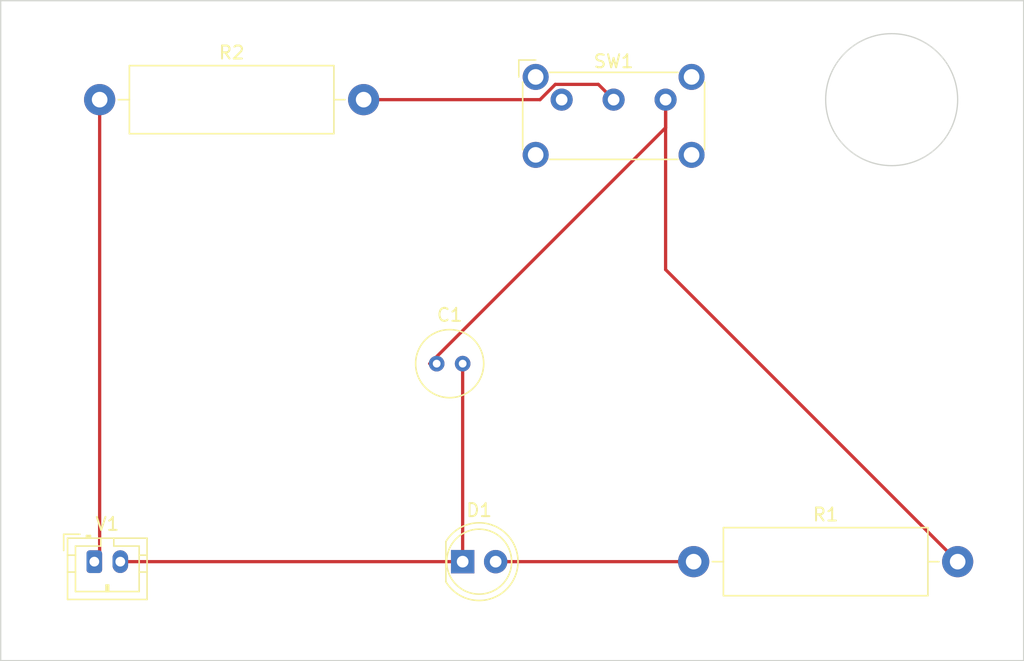
<source format=kicad_pcb>
(kicad_pcb (version 20211014) (generator pcbnew)
  (layers (0 "F.Cu" signal) (31 "B.Cu" signal) (34 "B.Paste" user) (35 "F.Paste" user) (36 "B.SilkS" user "B.Silkscreen") (37 "F.SilkS" user "F.Silkscreen") (38 "B.Mask" user) (39 "F.Mask" user) (44 "Edge.Cuts" user))
  (net 0 "")
  (net 1 "Net-(C1-Pad1)")
  (net 2 "Net-(C1-Pad2)")
  (net 3 "Net-(D1-Pad2)")
  (net 4 "Net-(R2-Pad1)")
  (net 5 "Net-(R2-Pad2)")
  (footprint "Resistor_THT:R_Axial_DIN0516_L15.5mm_D5.0mm_P20.32mm_Horizontal" (layer "F.Cu") (at 93.98 63.5)
    (fp_text reference "R2" (at 10.16 -3.62) (layer "F.SilkS"))
    (fp_text value "2.2kΩ")
    (fp_line (start 2.29 2.62) (end 18.03 2.62) (layer "F.SilkS") (width 0.12))
    (fp_line (start 18.03 2.62) (end 18.03 -2.62) (layer "F.SilkS") (width 0.12))
    (fp_line (start 18.03 -2.62) (end 2.29 -2.62) (layer "F.SilkS") (width 0.12))
    (fp_line (start 2.29 -2.62) (end 2.29 2.62) (layer "F.SilkS") (width 0.12))
    (fp_line (start 18.88 0) (end 18.03 0) (layer "F.SilkS") (width 0.12))
    (fp_line (start 1.44 0) (end 2.29 0) (layer "F.SilkS") (width 0.12))
    (pad "1" thru_hole circle (at 0 0) (size 2.4 2.4) (drill 1.2) (layers *.Cu *.Mask) (net 4 "Net-(R2-Pad1)"))
    (pad "2" thru_hole oval (at 20.32 0) (size 2.4 2.4) (drill 1.2) (layers *.Cu *.Mask) (net 5 "Net-(R2-Pad2)"))
  )
  (footprint "Capacitor_THT:C_Radial_D5.0mm_H5.0mm_P2.00mm" (layer "F.Cu") (at 119.92 83.82)
    (fp_text reference "C1" (at 1 -3.75) (layer "F.SilkS"))
    (fp_text value "4.7µF")
    (fp_circle (center 1 0) (end 3.62 0) (layer "F.SilkS") (width 0.12) (fill none))
    (pad "1" thru_hole circle (at 0 0) (size 1.2 1.2) (drill 0.6) (layers *.Cu *.Mask) (net 1 "Net-(C1-Pad1)"))
    (pad "2" thru_hole circle (at 2 0) (size 1.2 1.2) (drill 0.6) (layers *.Cu *.Mask) (net 2 "Net-(C1-Pad2)"))
  )
  (footprint "LED_THT:LED_D5.0mm" (layer "F.Cu") (at 121.92 99.06)
    (fp_text reference "D1" (at 1.27 -3.96) (layer "F.SilkS"))
    (fp_text value "LED")
    (fp_line (start -1.29 -1.545) (end -1.29 1.545) (layer "F.SilkS") (width 0.12))
    (fp_arc (start 4.26 -0.000462) (mid 2.072002 2.880433) (end -1.29 1.54483) (layer "F.SilkS") (width 0.12))
    (fp_arc (start -1.29 -1.54483) (mid 2.072002 -2.880433) (end 4.26 0.000462) (layer "F.SilkS") (width 0.12))
    (fp_circle (center 1.27 0) (end 3.77 0) (layer "F.SilkS") (width 0.12) (fill none))
    (pad "1" thru_hole rect (at 0 0) (size 1.8 1.8) (drill 0.9) (layers *.Cu *.Mask) (net 2 "Net-(C1-Pad2)"))
    (pad "2" thru_hole circle (at 2.54 0) (size 1.8 1.8) (drill 0.9) (layers *.Cu *.Mask) (net 3 "Net-(D1-Pad2)"))
  )
  (footprint "Button_Switch_THT:SW_E-Switch_EG1224_SPDT_Angled" (layer "F.Cu") (at 129.54 63.5)
    (fp_text reference "SW1" (at 4 -2.95) (layer "F.SilkS"))
    (fp_text value "1")
    (fp_line (start 8.95 4.6) (end -0.95 4.6) (layer "F.SilkS") (width 0.12))
    (fp_line (start 11 -1.35) (end 11 3.85) (layer "F.SilkS") (width 0.12))
    (fp_line (start -3.3 -1.75) (end -3.3 -3.05) (layer "F.SilkS") (width 0.12))
    (fp_line (start -0.95 -2.1) (end 8.95 -2.1) (layer "F.SilkS") (width 0.12))
    (fp_line (start -3 3.85) (end -3 -1.35) (layer "F.SilkS") (width 0.12))
    (fp_line (start -3.3 -3.05) (end -2 -3.05) (layer "F.SilkS") (width 0.12))
    (pad "" thru_hole circle (at 10 -1.75) (size 2 2) (drill 1.2) (layers *.Cu *.Mask))
    (pad "" thru_hole circle (at 10 4.25) (size 2 2) (drill 1.2) (layers *.Cu *.Mask))
    (pad "" thru_hole circle (at -2 -1.75) (size 2 2) (drill 1.2) (layers *.Cu *.Mask))
    (pad "" thru_hole circle (at -2 4.25) (size 2 2) (drill 1.2) (layers *.Cu *.Mask))
    (pad "1" thru_hole circle (at 0 0) (size 1.7 1.7) (drill 0.9) (layers *.Cu *.Mask))
    (pad "2" thru_hole circle (at 4 0) (size 1.7 1.7) (drill 0.9) (layers *.Cu *.Mask) (net 5 "Net-(R2-Pad2)"))
    (pad "3" thru_hole circle (at 8 0) (size 1.7 1.7) (drill 0.9) (layers *.Cu *.Mask) (net 1 "Net-(C1-Pad1)"))
  )
  (footprint "Connector_JST:JST_PH_B2B-PH-K_1x02_P2.00mm_Vertical" (layer "F.Cu") (at 93.57 99.06)
    (fp_text reference "V1" (at 1 -2.9) (layer "F.SilkS"))
    (fp_text value "9V")
    (fp_line (start -2.06 -1.81) (end -2.06 2.91) (layer "F.SilkS") (width 0.12))
    (fp_line (start 4.06 -1.81) (end -2.06 -1.81) (layer "F.SilkS") (width 0.12))
    (fp_line (start 0.9 1.8) (end 1.1 1.8) (layer "F.SilkS") (width 0.12))
    (fp_line (start -1.45 -1.2) (end -1.45 2.3) (layer "F.SilkS") (width 0.12))
    (fp_line (start 0.5 -1.2) (end -1.45 -1.2) (layer "F.SilkS") (width 0.12))
    (fp_line (start 1 2.3) (end 1 1.8) (layer "F.SilkS") (width 0.12))
    (fp_line (start 0.5 -1.81) (end 0.5 -1.2) (layer "F.SilkS") (width 0.12))
    (fp_line (start -0.3 -2.01) (end -0.6 -2.01) (layer "F.SilkS") (width 0.12))
    (fp_line (start -0.3 -1.81) (end -0.3 -2.01) (layer "F.SilkS") (width 0.12))
    (fp_line (start -2.06 -0.5) (end -1.45 -0.5) (layer "F.SilkS") (width 0.12))
    (fp_line (start 3.45 2.3) (end 3.45 -1.2) (layer "F.SilkS") (width 0.12))
    (fp_line (start 1.1 1.8) (end 1.1 2.3) (layer "F.SilkS") (width 0.12))
    (fp_line (start -2.06 2.91) (end 4.06 2.91) (layer "F.SilkS") (width 0.12))
    (fp_line (start 4.06 0.8) (end 3.45 0.8) (layer "F.SilkS") (width 0.12))
    (fp_line (start 4.06 -0.5) (end 3.45 -0.5) (layer "F.SilkS") (width 0.12))
    (fp_line (start -1.11 -2.11) (end -2.36 -2.11) (layer "F.SilkS") (width 0.12))
    (fp_line (start -1.45 2.3) (end 3.45 2.3) (layer "F.SilkS") (width 0.12))
    (fp_line (start 3.45 -1.2) (end 1.5 -1.2) (layer "F.SilkS") (width 0.12))
    (fp_line (start 1.5 -1.2) (end 1.5 -1.81) (layer "F.SilkS") (width 0.12))
    (fp_line (start 4.06 2.91) (end 4.06 -1.81) (layer "F.SilkS") (width 0.12))
    (fp_line (start -0.3 -1.91) (end -0.6 -1.91) (layer "F.SilkS") (width 0.12))
    (fp_line (start -0.6 -2.01) (end -0.6 -1.81) (layer "F.SilkS") (width 0.12))
    (fp_line (start 0.9 2.3) (end 0.9 1.8) (layer "F.SilkS") (width 0.12))
    (fp_line (start -2.06 0.8) (end -1.45 0.8) (layer "F.SilkS") (width 0.12))
    (fp_line (start -2.36 -2.11) (end -2.36 -0.86) (layer "F.SilkS") (width 0.12))
    (pad "1" thru_hole roundrect (at 0 0) (size 1.2 1.75) (drill 0.75) (layers *.Cu *.Mask) (roundrect_rratio 0.208333) (net 4 "Net-(R2-Pad1)"))
    (pad "2" thru_hole oval (at 2 0) (size 1.2 1.75) (drill 0.75) (layers *.Cu *.Mask) (net 2 "Net-(C1-Pad2)"))
  )
  (footprint "Resistor_THT:R_Axial_DIN0516_L15.5mm_D5.0mm_P20.32mm_Horizontal" (layer "F.Cu") (at 139.7 99.06)
    (fp_text reference "R1" (at 10.16 -3.62) (layer "F.SilkS"))
    (fp_text value "20kΩ")
    (fp_line (start 2.29 -2.62) (end 2.29 2.62) (layer "F.SilkS") (width 0.12))
    (fp_line (start 18.03 -2.62) (end 2.29 -2.62) (layer "F.SilkS") (width 0.12))
    (fp_line (start 18.88 0) (end 18.03 0) (layer "F.SilkS") (width 0.12))
    (fp_line (start 2.29 2.62) (end 18.03 2.62) (layer "F.SilkS") (width 0.12))
    (fp_line (start 18.03 2.62) (end 18.03 -2.62) (layer "F.SilkS") (width 0.12))
    (fp_line (start 1.44 0) (end 2.29 0) (layer "F.SilkS") (width 0.12))
    (pad "1" thru_hole circle (at 0 0) (size 2.4 2.4) (drill 1.2) (layers *.Cu *.Mask) (net 3 "Net-(D1-Pad2)"))
    (pad "2" thru_hole oval (at 20.32 0) (size 2.4 2.4) (drill 1.2) (layers *.Cu *.Mask) (net 1 "Net-(C1-Pad1)"))
  )
  (gr_rect (start 86.36 55.88) (end 165.1 106.68) (layer "Edge.Cuts") (width 0.1) (fill none))
  (gr_circle (center 154.94 63.5) (end 160.02 63.5) (layer "Edge.Cuts") (width 0.1) (fill none))
  (gr_rect (start 165.1 81.28) (end 165.1 81.28) (layer "Edge.Cuts") (width 0.1) (fill none))
  (segment (start 137.54 76.58) (end 160.02 99.06) (width 0.25) (layer "F.Cu") (net 1))
  (segment (start 137.54 65.66) (end 119.38 83.82) (width 0.25) (layer "F.Cu") (net 1))
  (segment (start 137.54 63.5) (end 137.54 65.66) (width 0.25) (layer "F.Cu") (net 1))
  (segment (start 137.54 63.5) (end 137.54 76.58) (width 0.25) (layer "F.Cu") (net 1))
  (segment (start 121.92 99.06) (end 95.57 99.06) (width 0.25) (layer "F.Cu") (net 2))
  (segment (start 121.92 99.06) (end 121.92 83.82) (width 0.25) (layer "F.Cu") (net 2))
  (segment (start 139.7 99.06) (end 124.46 99.06) (width 0.25) (layer "F.Cu") (net 3))
  (segment (start 93.57 99.06) (end 93.98 98.65) (width 0.25) (layer "F.Cu") (net 4))
  (segment (start 93.98 98.65) (end 93.98 63.5) (width 0.25) (layer "F.Cu") (net 4))
  (segment (start 129.053299 62.325) (end 127.878299 63.5) (width 0.25) (layer "F.Cu") (net 5))
  (segment (start 132.365 62.325) (end 129.053299 62.325) (width 0.25) (layer "F.Cu") (net 5))
  (segment (start 127.878299 63.5) (end 114.3 63.5) (width 0.25) (layer "F.Cu") (net 5))
  (segment (start 133.54 63.5) (end 132.365 62.325) (width 0.25) (layer "F.Cu") (net 5))
)
</source>
